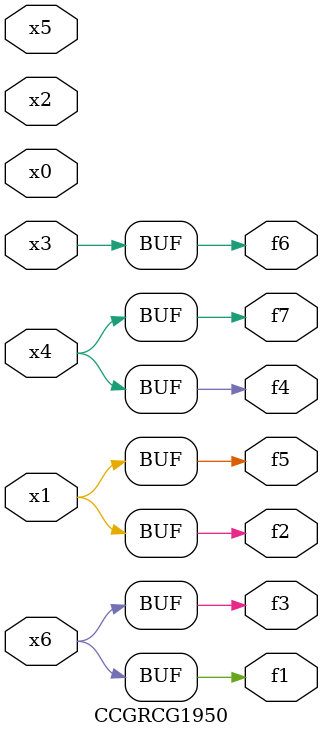
<source format=v>
module CCGRCG1950(
	input x0, x1, x2, x3, x4, x5, x6,
	output f1, f2, f3, f4, f5, f6, f7
);
	assign f1 = x6;
	assign f2 = x1;
	assign f3 = x6;
	assign f4 = x4;
	assign f5 = x1;
	assign f6 = x3;
	assign f7 = x4;
endmodule

</source>
